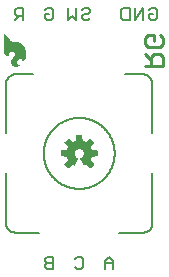
<source format=gbr>
G04 EAGLE Gerber RS-274X export*
G75*
%MOMM*%
%FSLAX34Y34*%
%LPD*%
%INSilkscreen Bottom*%
%IPPOS*%
%AMOC8*
5,1,8,0,0,1.08239X$1,22.5*%
G01*
%ADD10C,0.203200*%
%ADD11C,0.279400*%

G36*
X85520Y114446D02*
X85520Y114446D01*
X85628Y114456D01*
X85641Y114462D01*
X85655Y114464D01*
X85752Y114512D01*
X85851Y114557D01*
X85864Y114568D01*
X85873Y114572D01*
X85888Y114588D01*
X85965Y114650D01*
X88550Y117235D01*
X88613Y117324D01*
X88679Y117409D01*
X88684Y117422D01*
X88692Y117434D01*
X88723Y117537D01*
X88759Y117640D01*
X88759Y117654D01*
X88763Y117667D01*
X88759Y117775D01*
X88760Y117884D01*
X88755Y117897D01*
X88755Y117911D01*
X88717Y118013D01*
X88682Y118115D01*
X88673Y118130D01*
X88669Y118139D01*
X88655Y118156D01*
X88601Y118238D01*
X85837Y121628D01*
X86394Y122710D01*
X86400Y122730D01*
X86442Y122825D01*
X86813Y123984D01*
X91164Y124427D01*
X91268Y124455D01*
X91374Y124480D01*
X91386Y124487D01*
X91399Y124490D01*
X91489Y124551D01*
X91582Y124608D01*
X91590Y124619D01*
X91602Y124627D01*
X91668Y124713D01*
X91737Y124797D01*
X91741Y124810D01*
X91750Y124821D01*
X91784Y124924D01*
X91823Y125025D01*
X91824Y125043D01*
X91828Y125052D01*
X91828Y125074D01*
X91837Y125172D01*
X91837Y128828D01*
X91820Y128935D01*
X91806Y129043D01*
X91800Y129055D01*
X91798Y129069D01*
X91746Y129165D01*
X91699Y129262D01*
X91689Y129272D01*
X91683Y129284D01*
X91603Y129358D01*
X91527Y129435D01*
X91515Y129441D01*
X91505Y129451D01*
X91406Y129496D01*
X91309Y129544D01*
X91291Y129548D01*
X91282Y129552D01*
X91261Y129554D01*
X91164Y129573D01*
X86813Y130016D01*
X86442Y131175D01*
X86433Y131193D01*
X86431Y131200D01*
X86427Y131207D01*
X86394Y131290D01*
X85837Y132372D01*
X88601Y135762D01*
X88655Y135856D01*
X88712Y135948D01*
X88715Y135961D01*
X88722Y135973D01*
X88743Y136080D01*
X88768Y136185D01*
X88766Y136199D01*
X88769Y136213D01*
X88754Y136320D01*
X88744Y136428D01*
X88738Y136441D01*
X88736Y136455D01*
X88688Y136552D01*
X88643Y136651D01*
X88632Y136664D01*
X88628Y136673D01*
X88612Y136688D01*
X88550Y136765D01*
X85965Y139350D01*
X85876Y139413D01*
X85791Y139479D01*
X85778Y139484D01*
X85766Y139492D01*
X85663Y139523D01*
X85560Y139559D01*
X85546Y139559D01*
X85533Y139563D01*
X85425Y139559D01*
X85316Y139560D01*
X85303Y139555D01*
X85289Y139555D01*
X85187Y139517D01*
X85085Y139482D01*
X85070Y139473D01*
X85061Y139469D01*
X85044Y139455D01*
X84962Y139401D01*
X81572Y136637D01*
X80490Y137194D01*
X80470Y137200D01*
X80375Y137242D01*
X79216Y137613D01*
X78773Y141964D01*
X78745Y142068D01*
X78720Y142174D01*
X78713Y142186D01*
X78710Y142199D01*
X78649Y142289D01*
X78592Y142382D01*
X78581Y142390D01*
X78573Y142402D01*
X78487Y142468D01*
X78403Y142537D01*
X78390Y142541D01*
X78379Y142550D01*
X78276Y142584D01*
X78175Y142623D01*
X78157Y142624D01*
X78148Y142628D01*
X78126Y142628D01*
X78028Y142637D01*
X74372Y142637D01*
X74265Y142620D01*
X74157Y142606D01*
X74145Y142600D01*
X74131Y142598D01*
X74035Y142546D01*
X73938Y142499D01*
X73928Y142489D01*
X73916Y142483D01*
X73842Y142403D01*
X73765Y142327D01*
X73759Y142315D01*
X73749Y142305D01*
X73704Y142206D01*
X73656Y142109D01*
X73652Y142091D01*
X73648Y142082D01*
X73646Y142061D01*
X73627Y141964D01*
X73184Y137613D01*
X72025Y137242D01*
X72007Y137232D01*
X71910Y137194D01*
X70828Y136637D01*
X67438Y139401D01*
X67344Y139455D01*
X67252Y139512D01*
X67239Y139515D01*
X67227Y139522D01*
X67120Y139543D01*
X67015Y139568D01*
X67001Y139566D01*
X66987Y139569D01*
X66880Y139554D01*
X66772Y139544D01*
X66759Y139538D01*
X66746Y139536D01*
X66648Y139488D01*
X66549Y139443D01*
X66536Y139432D01*
X66527Y139428D01*
X66512Y139412D01*
X66435Y139350D01*
X63850Y136765D01*
X63787Y136676D01*
X63721Y136591D01*
X63716Y136578D01*
X63708Y136566D01*
X63677Y136463D01*
X63641Y136360D01*
X63641Y136346D01*
X63637Y136333D01*
X63641Y136225D01*
X63640Y136116D01*
X63645Y136103D01*
X63645Y136089D01*
X63683Y135987D01*
X63718Y135885D01*
X63727Y135870D01*
X63731Y135861D01*
X63745Y135844D01*
X63799Y135762D01*
X66563Y132372D01*
X66006Y131290D01*
X66000Y131270D01*
X65958Y131175D01*
X65587Y130016D01*
X61236Y129573D01*
X61132Y129545D01*
X61026Y129520D01*
X61014Y129513D01*
X61001Y129510D01*
X60911Y129449D01*
X60818Y129392D01*
X60810Y129381D01*
X60798Y129373D01*
X60732Y129287D01*
X60664Y129203D01*
X60659Y129190D01*
X60650Y129179D01*
X60616Y129076D01*
X60577Y128975D01*
X60576Y128957D01*
X60572Y128948D01*
X60573Y128926D01*
X60563Y128828D01*
X60563Y125172D01*
X60580Y125065D01*
X60594Y124957D01*
X60600Y124945D01*
X60602Y124931D01*
X60654Y124835D01*
X60701Y124738D01*
X60711Y124728D01*
X60717Y124716D01*
X60797Y124642D01*
X60873Y124565D01*
X60885Y124559D01*
X60896Y124549D01*
X60994Y124504D01*
X61091Y124456D01*
X61109Y124452D01*
X61118Y124448D01*
X61139Y124446D01*
X61236Y124427D01*
X65587Y123984D01*
X65958Y122825D01*
X65968Y122807D01*
X66006Y122710D01*
X66563Y121628D01*
X63799Y118238D01*
X63745Y118144D01*
X63688Y118052D01*
X63685Y118039D01*
X63678Y118027D01*
X63657Y117920D01*
X63632Y117815D01*
X63634Y117801D01*
X63631Y117787D01*
X63646Y117680D01*
X63656Y117572D01*
X63662Y117559D01*
X63664Y117546D01*
X63712Y117448D01*
X63757Y117349D01*
X63768Y117336D01*
X63772Y117327D01*
X63788Y117312D01*
X63850Y117235D01*
X66435Y114650D01*
X66524Y114587D01*
X66609Y114521D01*
X66622Y114516D01*
X66634Y114508D01*
X66737Y114477D01*
X66840Y114441D01*
X66854Y114441D01*
X66867Y114437D01*
X66975Y114441D01*
X67084Y114440D01*
X67097Y114445D01*
X67111Y114445D01*
X67213Y114483D01*
X67315Y114518D01*
X67330Y114527D01*
X67339Y114531D01*
X67356Y114545D01*
X67438Y114599D01*
X70828Y117363D01*
X71910Y116806D01*
X71963Y116789D01*
X72012Y116763D01*
X72078Y116752D01*
X72142Y116731D01*
X72198Y116732D01*
X72252Y116723D01*
X72319Y116734D01*
X72386Y116735D01*
X72438Y116753D01*
X72493Y116762D01*
X72553Y116794D01*
X72616Y116817D01*
X72659Y116851D01*
X72709Y116877D01*
X72755Y116926D01*
X72807Y116968D01*
X72838Y117015D01*
X72876Y117055D01*
X72932Y117160D01*
X72940Y117173D01*
X72941Y117178D01*
X72945Y117185D01*
X75098Y122382D01*
X75118Y122465D01*
X75123Y122478D01*
X75125Y122494D01*
X75150Y122579D01*
X75149Y122600D01*
X75154Y122620D01*
X75146Y122702D01*
X75147Y122721D01*
X75143Y122741D01*
X75139Y122822D01*
X75132Y122842D01*
X75130Y122863D01*
X75098Y122932D01*
X75092Y122959D01*
X75077Y122983D01*
X75051Y123050D01*
X75038Y123066D01*
X75029Y123085D01*
X74984Y123134D01*
X74964Y123166D01*
X74933Y123191D01*
X74895Y123237D01*
X74872Y123253D01*
X74862Y123263D01*
X74841Y123275D01*
X74776Y123320D01*
X74775Y123321D01*
X74774Y123322D01*
X73875Y123828D01*
X73188Y124472D01*
X72673Y125260D01*
X72361Y126148D01*
X72269Y127085D01*
X72402Y128017D01*
X72753Y128891D01*
X73302Y129656D01*
X74016Y130269D01*
X74856Y130694D01*
X75773Y130908D01*
X76714Y130898D01*
X77626Y130664D01*
X78456Y130221D01*
X79157Y129592D01*
X79689Y128815D01*
X80020Y127934D01*
X80133Y126999D01*
X80025Y126082D01*
X79705Y125214D01*
X79191Y124445D01*
X78512Y123818D01*
X77628Y123323D01*
X77586Y123290D01*
X77544Y123267D01*
X77513Y123234D01*
X77465Y123199D01*
X77453Y123183D01*
X77437Y123170D01*
X77402Y123115D01*
X77377Y123089D01*
X77364Y123059D01*
X77322Y123001D01*
X77316Y122982D01*
X77306Y122965D01*
X77287Y122890D01*
X77277Y122867D01*
X77274Y122843D01*
X77251Y122768D01*
X77252Y122748D01*
X77247Y122728D01*
X77254Y122642D01*
X77253Y122624D01*
X77256Y122608D01*
X77259Y122524D01*
X77267Y122499D01*
X77268Y122485D01*
X77278Y122463D01*
X77302Y122382D01*
X78231Y120139D01*
X78231Y120138D01*
X79162Y117891D01*
X79163Y117891D01*
X79455Y117185D01*
X79484Y117138D01*
X79505Y117086D01*
X79548Y117035D01*
X79584Y116978D01*
X79627Y116943D01*
X79663Y116900D01*
X79720Y116866D01*
X79772Y116823D01*
X79824Y116804D01*
X79872Y116775D01*
X79938Y116761D01*
X80001Y116737D01*
X80056Y116735D01*
X80110Y116724D01*
X80177Y116731D01*
X80244Y116729D01*
X80298Y116745D01*
X80353Y116752D01*
X80464Y116796D01*
X80478Y116800D01*
X80482Y116803D01*
X80490Y116806D01*
X81572Y117363D01*
X84962Y114599D01*
X85056Y114545D01*
X85148Y114488D01*
X85161Y114485D01*
X85173Y114478D01*
X85280Y114457D01*
X85385Y114432D01*
X85399Y114434D01*
X85413Y114431D01*
X85520Y114446D01*
G37*
G36*
X23039Y200436D02*
X23039Y200436D01*
X23050Y200432D01*
X23950Y200518D01*
X23959Y200522D01*
X23969Y200521D01*
X24847Y200741D01*
X24855Y200747D01*
X24867Y200748D01*
X25095Y200849D01*
X25451Y201001D01*
X25452Y201001D01*
X25956Y201222D01*
X25966Y201233D01*
X25983Y201238D01*
X26418Y201576D01*
X26421Y201583D01*
X26429Y201587D01*
X26454Y201612D01*
X26455Y201612D01*
X26457Y201613D01*
X26492Y201705D01*
X26451Y201794D01*
X26366Y201827D01*
X25763Y201827D01*
X25252Y201885D01*
X24762Y202023D01*
X24281Y202278D01*
X23886Y202648D01*
X23600Y203108D01*
X23443Y203627D01*
X23431Y203930D01*
X23490Y204230D01*
X23696Y204724D01*
X23979Y205182D01*
X24330Y205592D01*
X24742Y205946D01*
X25644Y206597D01*
X26132Y206846D01*
X26662Y206944D01*
X27200Y206886D01*
X27374Y206821D01*
X27735Y206573D01*
X28009Y206233D01*
X28053Y206131D01*
X28069Y206010D01*
X28069Y205130D01*
X28086Y205089D01*
X28100Y205047D01*
X28105Y205045D01*
X28107Y205039D01*
X28148Y205023D01*
X28188Y205004D01*
X28194Y205006D01*
X28199Y205004D01*
X28226Y205016D01*
X28275Y205032D01*
X29401Y205953D01*
X29407Y205965D01*
X29419Y205972D01*
X30326Y207109D01*
X30329Y207120D01*
X30338Y207128D01*
X30840Y208062D01*
X30841Y208072D01*
X30847Y208080D01*
X31205Y209078D01*
X31205Y209087D01*
X31210Y209096D01*
X31417Y210135D01*
X31415Y210146D01*
X31419Y210156D01*
X31480Y212084D01*
X31475Y212095D01*
X31478Y212107D01*
X31190Y214014D01*
X31184Y214024D01*
X31184Y214036D01*
X30556Y215860D01*
X30549Y215869D01*
X30547Y215881D01*
X29600Y217562D01*
X29592Y217568D01*
X29589Y217579D01*
X28704Y218686D01*
X28696Y218690D01*
X28692Y218699D01*
X27661Y219671D01*
X27653Y219674D01*
X27647Y219682D01*
X26490Y220499D01*
X26480Y220501D01*
X26472Y220509D01*
X25242Y221109D01*
X25231Y221110D01*
X25221Y221118D01*
X23902Y221486D01*
X23891Y221484D01*
X23880Y221490D01*
X22516Y221614D01*
X22511Y221612D01*
X22505Y221614D01*
X20230Y221614D01*
X19862Y221679D01*
X19511Y221806D01*
X18521Y222395D01*
X17667Y223177D01*
X12795Y228659D01*
X12791Y228661D01*
X12789Y228666D01*
X12747Y228682D01*
X12706Y228701D01*
X12702Y228699D01*
X12697Y228701D01*
X12656Y228682D01*
X12614Y228667D01*
X12612Y228662D01*
X12608Y228660D01*
X12579Y228587D01*
X12575Y228576D01*
X12575Y228575D01*
X12575Y213411D01*
X12577Y213406D01*
X12575Y213400D01*
X12645Y212569D01*
X12651Y212558D01*
X12650Y212543D01*
X12890Y211744D01*
X12898Y211734D01*
X12900Y211720D01*
X13301Y210988D01*
X13311Y210980D01*
X13316Y210967D01*
X13786Y210417D01*
X13797Y210412D01*
X13804Y210400D01*
X14374Y209955D01*
X14386Y209952D01*
X14396Y209942D01*
X15044Y209621D01*
X15056Y209620D01*
X15068Y209612D01*
X15767Y209428D01*
X15778Y209430D01*
X15789Y209424D01*
X16729Y209351D01*
X16738Y209354D01*
X16749Y209351D01*
X17689Y209424D01*
X17693Y209426D01*
X17699Y209425D01*
X18182Y209501D01*
X18221Y209526D01*
X18261Y209547D01*
X18262Y209551D01*
X18265Y209553D01*
X18275Y209598D01*
X18287Y209642D01*
X18285Y209646D01*
X18286Y209650D01*
X18261Y209688D01*
X18238Y209727D01*
X18233Y209728D01*
X18231Y209732D01*
X18190Y209740D01*
X18150Y209752D01*
X17992Y209736D01*
X17854Y209764D01*
X17721Y209835D01*
X16897Y210434D01*
X16779Y210548D01*
X16707Y210686D01*
X16614Y211101D01*
X16614Y211529D01*
X16707Y211945D01*
X16913Y212349D01*
X17226Y212677D01*
X17832Y213042D01*
X18510Y213249D01*
X19221Y213284D01*
X19831Y213187D01*
X20417Y212989D01*
X20960Y212696D01*
X21385Y212331D01*
X21700Y211871D01*
X21886Y211346D01*
X21929Y210790D01*
X21827Y210242D01*
X21587Y209739D01*
X21217Y209304D01*
X21148Y209231D01*
X20553Y208600D01*
X19958Y207968D01*
X19764Y207763D01*
X19761Y207753D01*
X19752Y207747D01*
X18565Y205989D01*
X18563Y205976D01*
X18553Y205966D01*
X18273Y205278D01*
X18274Y205263D01*
X18265Y205248D01*
X18166Y204513D01*
X18170Y204498D01*
X18165Y204481D01*
X18252Y203744D01*
X18260Y203731D01*
X18260Y203713D01*
X18527Y203021D01*
X18538Y203010D01*
X18542Y202993D01*
X18973Y202390D01*
X18984Y202383D01*
X18989Y202371D01*
X19685Y201713D01*
X19693Y201710D01*
X19698Y201702D01*
X20475Y201142D01*
X20485Y201139D01*
X20493Y201131D01*
X21273Y200743D01*
X21285Y200742D01*
X21296Y200734D01*
X22136Y200503D01*
X22148Y200504D01*
X22160Y200498D01*
X23028Y200432D01*
X23039Y200436D01*
G37*
D10*
X54361Y28956D02*
X54361Y39633D01*
X49022Y39633D01*
X47243Y37854D01*
X47243Y36074D01*
X49022Y34295D01*
X47243Y32515D01*
X47243Y30736D01*
X49022Y28956D01*
X54361Y28956D01*
X54361Y34295D02*
X49022Y34295D01*
X72643Y37854D02*
X74422Y39633D01*
X77981Y39633D01*
X79761Y37854D01*
X79761Y30736D01*
X77981Y28956D01*
X74422Y28956D01*
X72643Y30736D01*
X105161Y28956D02*
X105161Y36074D01*
X101602Y39633D01*
X98043Y36074D01*
X98043Y28956D01*
X98043Y34295D02*
X105161Y34295D01*
X28961Y239776D02*
X28961Y250453D01*
X23622Y250453D01*
X21843Y248674D01*
X21843Y245115D01*
X23622Y243335D01*
X28961Y243335D01*
X25402Y243335D02*
X21843Y239776D01*
X135137Y248674D02*
X136916Y250453D01*
X140475Y250453D01*
X142255Y248674D01*
X142255Y241556D01*
X140475Y239776D01*
X136916Y239776D01*
X135137Y241556D01*
X135137Y245115D01*
X138696Y245115D01*
X130561Y250453D02*
X130561Y239776D01*
X123443Y239776D02*
X130561Y250453D01*
X123443Y250453D02*
X123443Y239776D01*
X118867Y239776D02*
X118867Y250453D01*
X118867Y239776D02*
X113528Y239776D01*
X111749Y241556D01*
X111749Y248674D01*
X113528Y250453D01*
X118867Y250453D01*
X49022Y250453D02*
X47243Y248674D01*
X49022Y250453D02*
X52581Y250453D01*
X54361Y248674D01*
X54361Y241556D01*
X52581Y239776D01*
X49022Y239776D01*
X47243Y241556D01*
X47243Y245115D01*
X50802Y245115D01*
X78490Y248674D02*
X80269Y250453D01*
X83828Y250453D01*
X85608Y248674D01*
X85608Y246894D01*
X83828Y245115D01*
X80269Y245115D01*
X78490Y243335D01*
X78490Y241556D01*
X80269Y239776D01*
X83828Y239776D01*
X85608Y241556D01*
X73914Y239776D02*
X73914Y250453D01*
X70355Y243335D02*
X73914Y239776D01*
X70355Y243335D02*
X66796Y239776D01*
X66796Y250453D01*
D11*
X132207Y200925D02*
X147206Y200925D01*
X147206Y208425D01*
X144706Y210925D01*
X139706Y210925D01*
X137207Y208425D01*
X137207Y200925D01*
X137207Y205925D02*
X132207Y210925D01*
X147206Y224796D02*
X144706Y227296D01*
X147206Y224796D02*
X147206Y219797D01*
X144706Y217297D01*
X134707Y217297D01*
X132207Y219797D01*
X132207Y224796D01*
X134707Y227296D01*
X139706Y227296D01*
X139706Y222297D01*
D10*
X138200Y185938D02*
X138200Y144000D01*
X138200Y185938D02*
X138198Y186133D01*
X138191Y186328D01*
X138179Y186522D01*
X138162Y186716D01*
X138141Y186910D01*
X138115Y187103D01*
X138085Y187295D01*
X138050Y187487D01*
X138010Y187678D01*
X137966Y187867D01*
X137917Y188056D01*
X137863Y188243D01*
X137805Y188429D01*
X137743Y188614D01*
X137676Y188797D01*
X137605Y188978D01*
X137529Y189158D01*
X137449Y189335D01*
X137365Y189511D01*
X137277Y189685D01*
X137184Y189856D01*
X137087Y190025D01*
X136986Y190192D01*
X136882Y190356D01*
X136773Y190518D01*
X136660Y190677D01*
X136544Y190833D01*
X136424Y190986D01*
X136300Y191137D01*
X136172Y191284D01*
X136042Y191428D01*
X135907Y191569D01*
X135769Y191707D01*
X135628Y191842D01*
X135484Y191972D01*
X135337Y192100D01*
X135186Y192224D01*
X135033Y192344D01*
X134877Y192460D01*
X134718Y192573D01*
X134556Y192682D01*
X134392Y192786D01*
X134225Y192887D01*
X134056Y192984D01*
X133885Y193077D01*
X133711Y193165D01*
X133535Y193249D01*
X133358Y193329D01*
X133178Y193405D01*
X132997Y193476D01*
X132814Y193543D01*
X132629Y193605D01*
X132443Y193663D01*
X132256Y193717D01*
X132067Y193766D01*
X131878Y193810D01*
X131687Y193850D01*
X131495Y193885D01*
X131303Y193915D01*
X131110Y193941D01*
X130916Y193962D01*
X130722Y193979D01*
X130528Y193991D01*
X130333Y193998D01*
X130138Y194000D01*
X115200Y194000D01*
X22262Y194000D02*
X22067Y193998D01*
X21872Y193991D01*
X21678Y193979D01*
X21484Y193962D01*
X21290Y193941D01*
X21097Y193915D01*
X20905Y193885D01*
X20713Y193850D01*
X20522Y193810D01*
X20333Y193766D01*
X20144Y193717D01*
X19957Y193663D01*
X19771Y193605D01*
X19586Y193543D01*
X19403Y193476D01*
X19222Y193405D01*
X19042Y193329D01*
X18865Y193249D01*
X18689Y193165D01*
X18515Y193077D01*
X18344Y192984D01*
X18175Y192887D01*
X18008Y192786D01*
X17844Y192682D01*
X17682Y192573D01*
X17523Y192460D01*
X17367Y192344D01*
X17214Y192224D01*
X17063Y192100D01*
X16916Y191972D01*
X16772Y191842D01*
X16631Y191707D01*
X16493Y191569D01*
X16358Y191428D01*
X16228Y191284D01*
X16100Y191137D01*
X15976Y190986D01*
X15856Y190833D01*
X15740Y190677D01*
X15627Y190518D01*
X15518Y190356D01*
X15414Y190192D01*
X15313Y190025D01*
X15216Y189856D01*
X15123Y189685D01*
X15035Y189511D01*
X14951Y189335D01*
X14871Y189158D01*
X14795Y188978D01*
X14724Y188797D01*
X14657Y188614D01*
X14595Y188429D01*
X14537Y188243D01*
X14483Y188056D01*
X14434Y187867D01*
X14390Y187678D01*
X14350Y187487D01*
X14315Y187295D01*
X14285Y187103D01*
X14259Y186910D01*
X14238Y186716D01*
X14221Y186522D01*
X14209Y186328D01*
X14202Y186133D01*
X14200Y185938D01*
X22262Y194000D02*
X37200Y194000D01*
X14200Y185938D02*
X14200Y144000D01*
X14200Y110000D02*
X14200Y68062D01*
X14202Y67867D01*
X14209Y67672D01*
X14221Y67478D01*
X14238Y67284D01*
X14259Y67090D01*
X14285Y66897D01*
X14315Y66705D01*
X14350Y66513D01*
X14390Y66322D01*
X14434Y66133D01*
X14483Y65944D01*
X14537Y65757D01*
X14595Y65571D01*
X14657Y65386D01*
X14724Y65203D01*
X14795Y65022D01*
X14871Y64842D01*
X14951Y64665D01*
X15035Y64489D01*
X15123Y64315D01*
X15216Y64144D01*
X15313Y63975D01*
X15414Y63808D01*
X15518Y63644D01*
X15627Y63482D01*
X15740Y63323D01*
X15856Y63167D01*
X15976Y63014D01*
X16100Y62863D01*
X16228Y62716D01*
X16358Y62572D01*
X16493Y62431D01*
X16631Y62293D01*
X16772Y62158D01*
X16916Y62028D01*
X17063Y61900D01*
X17214Y61776D01*
X17367Y61656D01*
X17523Y61540D01*
X17682Y61427D01*
X17844Y61318D01*
X18008Y61214D01*
X18175Y61113D01*
X18344Y61016D01*
X18515Y60923D01*
X18689Y60835D01*
X18865Y60751D01*
X19042Y60671D01*
X19222Y60595D01*
X19403Y60524D01*
X19586Y60457D01*
X19771Y60395D01*
X19957Y60337D01*
X20144Y60283D01*
X20333Y60234D01*
X20522Y60190D01*
X20713Y60150D01*
X20905Y60115D01*
X21097Y60085D01*
X21290Y60059D01*
X21484Y60038D01*
X21678Y60021D01*
X21872Y60009D01*
X22067Y60002D01*
X22262Y60000D01*
X42200Y60000D01*
X130138Y60000D02*
X130333Y60002D01*
X130528Y60009D01*
X130722Y60021D01*
X130916Y60038D01*
X131110Y60059D01*
X131303Y60085D01*
X131495Y60115D01*
X131687Y60150D01*
X131878Y60190D01*
X132067Y60234D01*
X132256Y60283D01*
X132443Y60337D01*
X132629Y60395D01*
X132814Y60457D01*
X132997Y60524D01*
X133178Y60595D01*
X133358Y60671D01*
X133535Y60751D01*
X133711Y60835D01*
X133885Y60923D01*
X134056Y61016D01*
X134225Y61113D01*
X134392Y61214D01*
X134556Y61318D01*
X134718Y61427D01*
X134877Y61540D01*
X135033Y61656D01*
X135186Y61776D01*
X135337Y61900D01*
X135484Y62028D01*
X135628Y62158D01*
X135769Y62293D01*
X135907Y62431D01*
X136042Y62572D01*
X136172Y62716D01*
X136300Y62863D01*
X136424Y63014D01*
X136544Y63167D01*
X136660Y63323D01*
X136773Y63482D01*
X136882Y63644D01*
X136986Y63808D01*
X137087Y63975D01*
X137184Y64144D01*
X137277Y64315D01*
X137365Y64489D01*
X137449Y64665D01*
X137529Y64842D01*
X137605Y65022D01*
X137676Y65203D01*
X137743Y65386D01*
X137805Y65571D01*
X137863Y65757D01*
X137917Y65944D01*
X137966Y66133D01*
X138010Y66322D01*
X138050Y66513D01*
X138085Y66705D01*
X138115Y66897D01*
X138141Y67090D01*
X138162Y67284D01*
X138179Y67478D01*
X138191Y67672D01*
X138198Y67867D01*
X138200Y68062D01*
X130138Y60000D02*
X110200Y60000D01*
X138200Y68062D02*
X138200Y110000D01*
X46200Y127000D02*
X46209Y127736D01*
X46236Y128472D01*
X46281Y129207D01*
X46344Y129941D01*
X46426Y130672D01*
X46525Y131402D01*
X46642Y132129D01*
X46776Y132853D01*
X46929Y133573D01*
X47099Y134289D01*
X47287Y135001D01*
X47492Y135709D01*
X47714Y136410D01*
X47954Y137107D01*
X48210Y137797D01*
X48484Y138481D01*
X48774Y139157D01*
X49080Y139827D01*
X49403Y140488D01*
X49742Y141142D01*
X50097Y141787D01*
X50468Y142423D01*
X50854Y143050D01*
X51256Y143667D01*
X51672Y144274D01*
X52104Y144871D01*
X52550Y145457D01*
X53010Y146032D01*
X53484Y146595D01*
X53971Y147147D01*
X54473Y147686D01*
X54987Y148213D01*
X55514Y148727D01*
X56053Y149229D01*
X56605Y149716D01*
X57168Y150190D01*
X57743Y150650D01*
X58329Y151096D01*
X58926Y151528D01*
X59533Y151944D01*
X60150Y152346D01*
X60777Y152732D01*
X61413Y153103D01*
X62058Y153458D01*
X62712Y153797D01*
X63373Y154120D01*
X64043Y154426D01*
X64719Y154716D01*
X65403Y154990D01*
X66093Y155246D01*
X66790Y155486D01*
X67491Y155708D01*
X68199Y155913D01*
X68911Y156101D01*
X69627Y156271D01*
X70347Y156424D01*
X71071Y156558D01*
X71798Y156675D01*
X72528Y156774D01*
X73259Y156856D01*
X73993Y156919D01*
X74728Y156964D01*
X75464Y156991D01*
X76200Y157000D01*
X76936Y156991D01*
X77672Y156964D01*
X78407Y156919D01*
X79141Y156856D01*
X79872Y156774D01*
X80602Y156675D01*
X81329Y156558D01*
X82053Y156424D01*
X82773Y156271D01*
X83489Y156101D01*
X84201Y155913D01*
X84909Y155708D01*
X85610Y155486D01*
X86307Y155246D01*
X86997Y154990D01*
X87681Y154716D01*
X88357Y154426D01*
X89027Y154120D01*
X89688Y153797D01*
X90342Y153458D01*
X90987Y153103D01*
X91623Y152732D01*
X92250Y152346D01*
X92867Y151944D01*
X93474Y151528D01*
X94071Y151096D01*
X94657Y150650D01*
X95232Y150190D01*
X95795Y149716D01*
X96347Y149229D01*
X96886Y148727D01*
X97413Y148213D01*
X97927Y147686D01*
X98429Y147147D01*
X98916Y146595D01*
X99390Y146032D01*
X99850Y145457D01*
X100296Y144871D01*
X100728Y144274D01*
X101144Y143667D01*
X101546Y143050D01*
X101932Y142423D01*
X102303Y141787D01*
X102658Y141142D01*
X102997Y140488D01*
X103320Y139827D01*
X103626Y139157D01*
X103916Y138481D01*
X104190Y137797D01*
X104446Y137107D01*
X104686Y136410D01*
X104908Y135709D01*
X105113Y135001D01*
X105301Y134289D01*
X105471Y133573D01*
X105624Y132853D01*
X105758Y132129D01*
X105875Y131402D01*
X105974Y130672D01*
X106056Y129941D01*
X106119Y129207D01*
X106164Y128472D01*
X106191Y127736D01*
X106200Y127000D01*
X106191Y126264D01*
X106164Y125528D01*
X106119Y124793D01*
X106056Y124059D01*
X105974Y123328D01*
X105875Y122598D01*
X105758Y121871D01*
X105624Y121147D01*
X105471Y120427D01*
X105301Y119711D01*
X105113Y118999D01*
X104908Y118291D01*
X104686Y117590D01*
X104446Y116893D01*
X104190Y116203D01*
X103916Y115519D01*
X103626Y114843D01*
X103320Y114173D01*
X102997Y113512D01*
X102658Y112858D01*
X102303Y112213D01*
X101932Y111577D01*
X101546Y110950D01*
X101144Y110333D01*
X100728Y109726D01*
X100296Y109129D01*
X99850Y108543D01*
X99390Y107968D01*
X98916Y107405D01*
X98429Y106853D01*
X97927Y106314D01*
X97413Y105787D01*
X96886Y105273D01*
X96347Y104771D01*
X95795Y104284D01*
X95232Y103810D01*
X94657Y103350D01*
X94071Y102904D01*
X93474Y102472D01*
X92867Y102056D01*
X92250Y101654D01*
X91623Y101268D01*
X90987Y100897D01*
X90342Y100542D01*
X89688Y100203D01*
X89027Y99880D01*
X88357Y99574D01*
X87681Y99284D01*
X86997Y99010D01*
X86307Y98754D01*
X85610Y98514D01*
X84909Y98292D01*
X84201Y98087D01*
X83489Y97899D01*
X82773Y97729D01*
X82053Y97576D01*
X81329Y97442D01*
X80602Y97325D01*
X79872Y97226D01*
X79141Y97144D01*
X78407Y97081D01*
X77672Y97036D01*
X76936Y97009D01*
X76200Y97000D01*
X75464Y97009D01*
X74728Y97036D01*
X73993Y97081D01*
X73259Y97144D01*
X72528Y97226D01*
X71798Y97325D01*
X71071Y97442D01*
X70347Y97576D01*
X69627Y97729D01*
X68911Y97899D01*
X68199Y98087D01*
X67491Y98292D01*
X66790Y98514D01*
X66093Y98754D01*
X65403Y99010D01*
X64719Y99284D01*
X64043Y99574D01*
X63373Y99880D01*
X62712Y100203D01*
X62058Y100542D01*
X61413Y100897D01*
X60777Y101268D01*
X60150Y101654D01*
X59533Y102056D01*
X58926Y102472D01*
X58329Y102904D01*
X57743Y103350D01*
X57168Y103810D01*
X56605Y104284D01*
X56053Y104771D01*
X55514Y105273D01*
X54987Y105787D01*
X54473Y106314D01*
X53971Y106853D01*
X53484Y107405D01*
X53010Y107968D01*
X52550Y108543D01*
X52104Y109129D01*
X51672Y109726D01*
X51256Y110333D01*
X50854Y110950D01*
X50468Y111577D01*
X50097Y112213D01*
X49742Y112858D01*
X49403Y113512D01*
X49080Y114173D01*
X48774Y114843D01*
X48484Y115519D01*
X48210Y116203D01*
X47954Y116893D01*
X47714Y117590D01*
X47492Y118291D01*
X47287Y118999D01*
X47099Y119711D01*
X46929Y120427D01*
X46776Y121147D01*
X46642Y121871D01*
X46525Y122598D01*
X46426Y123328D01*
X46344Y124059D01*
X46281Y124793D01*
X46236Y125528D01*
X46209Y126264D01*
X46200Y127000D01*
M02*

</source>
